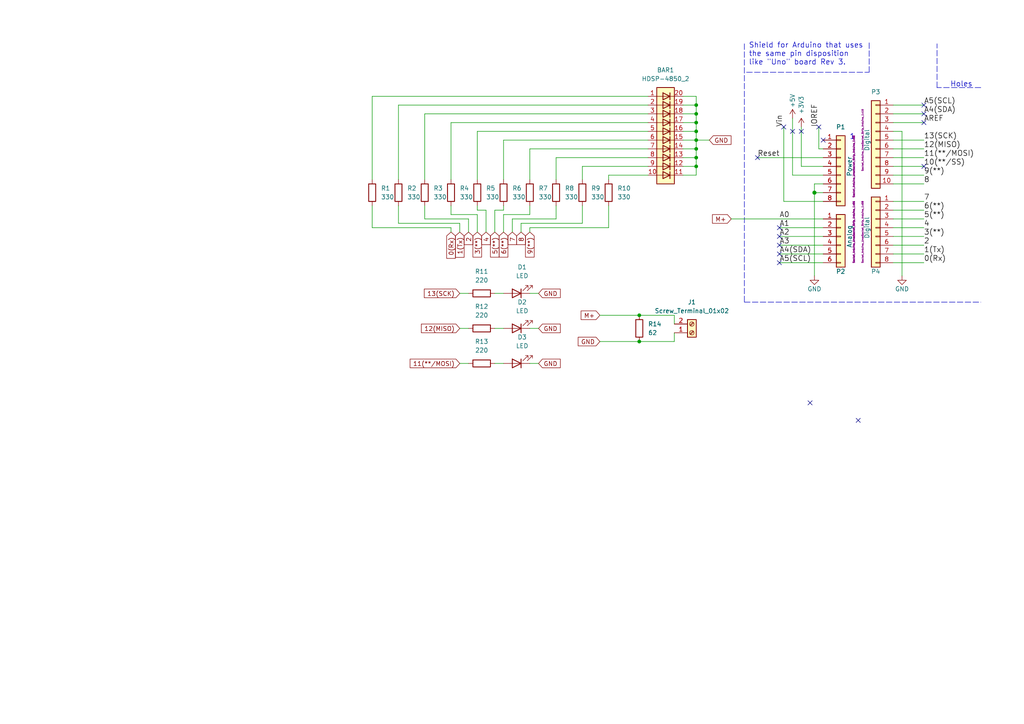
<source format=kicad_sch>
(kicad_sch (version 20211123) (generator eeschema)
  (paper "A4")
  (title_block (title "Geração Eólica IFSC - IEE") (date "Junho de 2023"))
  (lib_symbols
    (symbol "Connector:Screw_Terminal_01x02" (pin_names (offset 1.016) hide)
      (property "Reference" "J" (at 0 2.54 0))
      (property "Value" "Screw_Terminal_01x02" (at 0 -5.08 0))
      (symbol "Screw_Terminal_01x02_1_1"
        (rectangle (start -1.27 1.27) (end 1.27 -3.81) (stroke (width 0.254)) (fill (type background)))
        (circle (center 0 -2.54) (radius 0.635) (stroke (width 0.1524)))
        (polyline (pts (xy -0.5334 -2.2098) (xy 0.3302 -3.048)) (stroke (width 0.1524)))
        (polyline (pts (xy -0.5334 0.3302) (xy 0.3302 -0.508)) (stroke (width 0.1524)))
        (polyline (pts (xy -0.3556 -2.032) (xy 0.508 -2.8702)) (stroke (width 0.1524)))
        (polyline (pts (xy -0.3556 0.508) (xy 0.508 -0.3302)) (stroke (width 0.1524)))
        (circle (center 0 0) (radius 0.635) (stroke (width 0.1524)))
        (pin passive line (at -5.08 0 0) (length 3.81) (name "Pin_1") (number "1"))
        (pin passive line (at -5.08 -2.54 0) (length 3.81) (name "Pin_2") (number "2"))
      )
    )
    (symbol "Connector_Generic:Conn_01x06" (pin_names (offset 1.016) hide)
      (property "Reference" "J" (at 0 7.62 0))
      (property "Value" "Conn_01x06" (at 0 -10.16 0))
      (symbol "Conn_01x06_1_1"
        (rectangle (start -1.27 -7.493) (end 0 -7.747) (stroke (width 0.1524)))
        (rectangle (start -1.27 -4.953) (end 0 -5.207) (stroke (width 0.1524)))
        (rectangle (start -1.27 -2.413) (end 0 -2.667) (stroke (width 0.1524)))
        (rectangle (start -1.27 0.127) (end 0 -0.127) (stroke (width 0.1524)))
        (rectangle (start -1.27 2.667) (end 0 2.413) (stroke (width 0.1524)))
        (rectangle (start -1.27 5.207) (end 0 4.953) (stroke (width 0.1524)))
        (rectangle (start -1.27 6.35) (end 1.27 -8.89) (stroke (width 0.254)) (fill (type background)))
        (pin passive line (at -5.08 5.08 0) (length 3.81) (name "Pin_1") (number "1"))
        (pin passive line (at -5.08 2.54 0) (length 3.81) (name "Pin_2") (number "2"))
        (pin passive line (at -5.08 0 0) (length 3.81) (name "Pin_3") (number "3"))
        (pin passive line (at -5.08 -2.54 0) (length 3.81) (name "Pin_4") (number "4"))
        (pin passive line (at -5.08 -5.08 0) (length 3.81) (name "Pin_5") (number "5"))
        (pin passive line (at -5.08 -7.62 0) (length 3.81) (name "Pin_6") (number "6"))
      )
    )
    (symbol "Connector_Generic:Conn_01x08" (pin_names (offset 1.016) hide)
      (property "Reference" "J" (at 0 10.16 0))
      (property "Value" "Conn_01x08" (at 0 -12.7 0))
      (symbol "Conn_01x08_1_1"
        (rectangle (start -1.27 -10.033) (end 0 -10.287) (stroke (width 0.1524)))
        (rectangle (start -1.27 -7.493) (end 0 -7.747) (stroke (width 0.1524)))
        (rectangle (start -1.27 -4.953) (end 0 -5.207) (stroke (width 0.1524)))
        (rectangle (start -1.27 -2.413) (end 0 -2.667) (stroke (width 0.1524)))
        (rectangle (start -1.27 0.127) (end 0 -0.127) (stroke (width 0.1524)))
        (rectangle (start -1.27 2.667) (end 0 2.413) (stroke (width 0.1524)))
        (rectangle (start -1.27 5.207) (end 0 4.953) (stroke (width 0.1524)))
        (rectangle (start -1.27 7.747) (end 0 7.493) (stroke (width 0.1524)))
        (rectangle (start -1.27 8.89) (end 1.27 -11.43) (stroke (width 0.254)) (fill (type background)))
        (pin passive line (at -5.08 7.62 0) (length 3.81) (name "Pin_1") (number "1"))
        (pin passive line (at -5.08 5.08 0) (length 3.81) (name "Pin_2") (number "2"))
        (pin passive line (at -5.08 2.54 0) (length 3.81) (name "Pin_3") (number "3"))
        (pin passive line (at -5.08 0 0) (length 3.81) (name "Pin_4") (number "4"))
        (pin passive line (at -5.08 -2.54 0) (length 3.81) (name "Pin_5") (number "5"))
        (pin passive line (at -5.08 -5.08 0) (length 3.81) (name "Pin_6") (number "6"))
        (pin passive line (at -5.08 -7.62 0) (length 3.81) (name "Pin_7") (number "7"))
        (pin passive line (at -5.08 -10.16 0) (length 3.81) (name "Pin_8") (number "8"))
      )
    )
    (symbol "Connector_Generic:Conn_01x10" (pin_names (offset 1.016) hide)
      (property "Reference" "J" (at 0 12.7 0))
      (property "Value" "Conn_01x10" (at 0 -15.24 0))
      (symbol "Conn_01x10_1_1"
        (rectangle (start -1.27 -12.573) (end 0 -12.827) (stroke (width 0.1524)))
        (rectangle (start -1.27 -10.033) (end 0 -10.287) (stroke (width 0.1524)))
        (rectangle (start -1.27 -7.493) (end 0 -7.747) (stroke (width 0.1524)))
        (rectangle (start -1.27 -4.953) (end 0 -5.207) (stroke (width 0.1524)))
        (rectangle (start -1.27 -2.413) (end 0 -2.667) (stroke (width 0.1524)))
        (rectangle (start -1.27 0.127) (end 0 -0.127) (stroke (width 0.1524)))
        (rectangle (start -1.27 2.667) (end 0 2.413) (stroke (width 0.1524)))
        (rectangle (start -1.27 5.207) (end 0 4.953) (stroke (width 0.1524)))
        (rectangle (start -1.27 7.747) (end 0 7.493) (stroke (width 0.1524)))
        (rectangle (start -1.27 10.287) (end 0 10.033) (stroke (width 0.1524)))
        (rectangle (start -1.27 11.43) (end 1.27 -13.97) (stroke (width 0.254)) (fill (type background)))
        (pin passive line (at -5.08 10.16 0) (length 3.81) (name "Pin_1") (number "1"))
        (pin passive line (at -5.08 -12.7 0) (length 3.81) (name "Pin_10") (number "10"))
        (pin passive line (at -5.08 7.62 0) (length 3.81) (name "Pin_2") (number "2"))
        (pin passive line (at -5.08 5.08 0) (length 3.81) (name "Pin_3") (number "3"))
        (pin passive line (at -5.08 2.54 0) (length 3.81) (name "Pin_4") (number "4"))
        (pin passive line (at -5.08 0 0) (length 3.81) (name "Pin_5") (number "5"))
        (pin passive line (at -5.08 -2.54 0) (length 3.81) (name "Pin_6") (number "6"))
        (pin passive line (at -5.08 -5.08 0) (length 3.81) (name "Pin_7") (number "7"))
        (pin passive line (at -5.08 -7.62 0) (length 3.81) (name "Pin_8") (number "8"))
        (pin passive line (at -5.08 -10.16 0) (length 3.81) (name "Pin_9") (number "9"))
      )
    )
    (symbol "Device:LED" (pin_numbers hide) (pin_names (offset 1.016) hide)
      (property "Reference" "D" (at 0 2.54 0))
      (property "Value" "LED" (at 0 -2.54 0))
      (symbol "LED_0_1"
        (polyline (pts (xy -1.27 -1.27) (xy -1.27 1.27)) (stroke (width 0.254)))
        (polyline (pts (xy -1.27 0) (xy 1.27 0)))
        (polyline (pts (xy 1.27 -1.27) (xy 1.27 1.27) (xy -1.27 0) (xy 1.27 -1.27)) (stroke (width 0.254)))
        (polyline (pts (xy -3.048 -0.762) (xy -4.572 -2.286) (xy -3.81 -2.286) (xy -4.572 -2.286) (xy -4.572 -1.524)))
        (polyline (pts (xy -1.778 -0.762) (xy -3.302 -2.286) (xy -2.54 -2.286) (xy -3.302 -2.286) (xy -3.302 -1.524)))
      )
      (symbol "LED_1_1"
        (pin passive line (at -3.81 0 0) (length 2.54) (name "K") (number "1"))
        (pin passive line (at 3.81 0 180) (length 2.54) (name "A") (number "2"))
      )
    )
    (symbol "Device:R" (pin_numbers hide) (pin_names (offset 0))
      (property "Reference" "R" (at 2.032 0 90))
      (property "Value" "R" (at 0 0 90))
      (symbol "R_0_1"
        (rectangle (start -1.016 -2.54) (end 1.016 2.54) (stroke (width 0.254)))
      )
      (symbol "R_1_1"
        (pin passive line (at 0 3.81 270) (length 1.27) (name "~") (number "1"))
        (pin passive line (at 0 -3.81 90) (length 1.27) (name "~") (number "2"))
      )
    )
    (symbol "LED:HDSP-4850_2" (pin_names (offset 1.016) hide)
      (property "Reference" "BAR" (at 0 15.24 0))
      (property "Value" "HDSP-4850_2" (at 0 -17.78 0))
      (symbol "HDSP-4850_2_0_1"
        (rectangle (start -2.54 12.7) (end 2.54 -15.24) (stroke (width 0.254)) (fill (type background)))
        (polyline (pts (xy -2.54 -12.7) (xy 2.54 -12.7)))
        (polyline (pts (xy -2.54 -10.16) (xy 2.54 -10.16)))
        (polyline (pts (xy -2.54 -7.62) (xy 2.54 -7.62)))
        (polyline (pts (xy -2.54 -5.08) (xy 2.54 -5.08)))
        (polyline (pts (xy -2.54 0) (xy 2.54 0)))
        (polyline (pts (xy -2.54 5.08) (xy 2.54 5.08)))
        (polyline (pts (xy -2.54 7.62) (xy 2.54 7.62)))
        (polyline (pts (xy -2.54 10.16) (xy 2.54 10.16)))
        (polyline (pts (xy 1.27 -11.684) (xy 1.27 -13.716)) (stroke (width 0.254)))
        (polyline (pts (xy 1.27 -9.144) (xy 1.27 -11.176)) (stroke (width 0.254)))
        (polyline (pts (xy 1.27 -6.604) (xy 1.27 -8.636)) (stroke (width 0.254)))
        (polyline (pts (xy 1.27 -4.064) (xy 1.27 -6.096)) (stroke (width 0.254)))
        (polyline (pts (xy 1.27 -1.524) (xy 1.27 -3.556)) (stroke (width 0.254)))
        (polyline (pts (xy 1.27 1.016) (xy 1.27 -1.016)) (stroke (width 0.254)))
        (polyline (pts (xy 1.27 3.556) (xy 1.27 1.524)) (stroke (width 0.254)))
        (polyline (pts (xy 1.27 6.096) (xy 1.27 4.064)) (stroke (width 0.254)))
        (polyline (pts (xy 1.27 8.636) (xy 1.27 6.604)) (stroke (width 0.254)))
        (polyline (pts (xy 1.27 11.176) (xy 1.27 9.144)) (stroke (width 0.254)))
        (polyline (pts (xy 2.54 -2.54) (xy -2.54 -2.54)))
        (polyline (pts (xy 2.54 2.54) (xy -2.54 2.54)))
        (polyline (pts (xy -0.762 -11.684) (xy -0.762 -13.716) (xy 1.27 -12.7) (xy -0.762 -11.684)) (stroke (width 0.254)))
        (polyline (pts (xy -0.762 -9.144) (xy -0.762 -11.176) (xy 1.27 -10.16) (xy -0.762 -9.144)) (stroke (width 0.254)))
        (polyline (pts (xy -0.762 -6.604) (xy -0.762 -8.636) (xy 1.27 -7.62) (xy -0.762 -6.604)) (stroke (width 0.254)))
        (polyline (pts (xy -0.762 -4.064) (xy -0.762 -6.096) (xy 1.27 -5.08) (xy -0.762 -4.064)) (stroke (width 0.254)))
        (polyline (pts (xy -0.762 -1.524) (xy -0.762 -3.556) (xy 1.27 -2.54) (xy -0.762 -1.524)) (stroke (width 0.254)))
        (polyline (pts (xy -0.762 1.016) (xy -0.762 -1.016) (xy 1.27 0) (xy -0.762 1.016)) (stroke (width 0.254)))
        (polyline (pts (xy -0.762 3.556) (xy -0.762 1.524) (xy 1.27 2.54) (xy -0.762 3.556)) (stroke (width 0.254)))
        (polyline (pts (xy -0.762 6.096) (xy -0.762 4.064) (xy 1.27 5.08) (xy -0.762 6.096)) (stroke (width 0.254)))
        (polyline (pts (xy -0.762 8.636) (xy -0.762 6.604) (xy 1.27 7.62) (xy -0.762 8.636)) (stroke (width 0.254)))
        (polyline (pts (xy -0.762 11.176) (xy -0.762 9.144) (xy 1.27 10.16) (xy -0.762 11.176)) (stroke (width 0.254)))
      )
      (symbol "HDSP-4850_2_1_1"
        (pin passive line (at -5.08 10.16 0) (length 2.54) (name "A") (number "1"))
        (pin passive line (at -5.08 -12.7 0) (length 2.54) (name "A") (number "10"))
        (pin passive line (at 5.08 -12.7 180) (length 2.54) (name "K") (number "11"))
        (pin passive line (at 5.08 -10.16 180) (length 2.54) (name "K") (number "12"))
        (pin passive line (at 5.08 -7.62 180) (length 2.54) (name "K") (number "13"))
        (pin passive line (at 5.08 -5.08 180) (length 2.54) (name "K") (number "14"))
        (pin passive line (at 5.08 -2.54 180) (length 2.54) (name "K") (number "15"))
        (pin passive line (at 5.08 0 180) (length 2.54) (name "K") (number "16"))
        (pin passive line (at 5.08 2.54 180) (length 2.54) (name "K") (number "17"))
        (pin passive line (at 5.08 5.08 180) (length 2.54) (name "K") (number "18"))
        (pin passive line (at 5.08 7.62 180) (length 2.54) (name "K") (number "19"))
        (pin passive line (at -5.08 7.62 0) (length 2.54) (name "A") (number "2"))
        (pin passive line (at 5.08 10.16 180) (length 2.54) (name "K") (number "20"))
        (pin passive line (at -5.08 5.08 0) (length 2.54) (name "A") (number "3"))
        (pin passive line (at -5.08 2.54 0) (length 2.54) (name "A") (number "4"))
        (pin passive line (at -5.08 0 0) (length 2.54) (name "A") (number "5"))
        (pin passive line (at -5.08 -2.54 0) (length 2.54) (name "A") (number "6"))
        (pin passive line (at -5.08 -5.08 0) (length 2.54) (name "A") (number "7"))
        (pin passive line (at -5.08 -7.62 0) (length 2.54) (name "A") (number "8"))
        (pin passive line (at -5.08 -10.16 0) (length 2.54) (name "A") (number "9"))
      )
    )
    (symbol "power:+3.3V" (power) (pin_names (offset 0))
      (property "Value" "+3.3V" (at 0 3.556 0))
      (symbol "+3.3V_0_1"
        (polyline (pts (xy -0.762 1.27) (xy 0 2.54)))
        (polyline (pts (xy 0 0) (xy 0 2.54)))
        (polyline (pts (xy 0 2.54) (xy 0.762 1.27)))
      )
      (symbol "+3.3V_1_1"
        (pin power_in line (at 0 0 90) (length 0) hide (name "+3V3") (number "1"))
      )
    )
    (symbol "power:+5V" (power) (pin_names (offset 0))
      (property "Value" "+5V" (at 0 3.556 0))
      (symbol "+5V_0_1"
        (polyline (pts (xy -0.762 1.27) (xy 0 2.54)))
        (polyline (pts (xy 0 0) (xy 0 2.54)))
        (polyline (pts (xy 0 2.54) (xy 0.762 1.27)))
      )
      (symbol "+5V_1_1"
        (pin power_in line (at 0 0 90) (length 0) hide (name "+5V") (number "1"))
      )
    )
    (symbol "power:GND" (power) (pin_names (offset 0))
      (property "Value" "GND" (at 0 -3.81 0))
      (symbol "GND_0_1"
        (polyline (pts (xy 0 0) (xy 0 -1.27) (xy 1.27 -1.27) (xy 0 -2.54) (xy -1.27 -1.27) (xy 0 -1.27)))
      )
      (symbol "GND_1_1"
        (pin power_in line (at 0 0 270) (length 0) hide (name "GND") (number "1"))
      )
    )
  )
  (junction (at 201.93 35.56))
  (junction (at 201.93 48.26))
  (junction (at 201.93 40.64))
  (junction (at 201.93 38.1))
  (junction (at 201.93 43.18))
  (junction (at 201.93 45.72))
  (junction (at 201.93 30.48))
  (junction (at 185.42 99.06))
  (junction (at 185.42 91.44))
  (junction (at 201.93 33.02))
  (junction (at 236.22 55.88) (diameter 1.016))
  (no_connect (at 237.49 36.83))
  (no_connect (at 232.41 38.1))
  (no_connect (at 229.87 38.1))
  (no_connect (at 227.33 36.83))
  (no_connect (at 219.71 45.72))
  (no_connect (at 238.76 40.64))
  (no_connect (at 234.95 116.84))
  (no_connect (at 226.06 68.58))
  (no_connect (at 226.06 66.04))
  (no_connect (at 267.97 30.48))
  (no_connect (at 267.97 35.56))
  (no_connect (at 267.97 33.02))
  (no_connect (at 267.97 48.26))
  (no_connect (at 248.92 121.92))
  (no_connect (at 226.06 76.2))
  (no_connect (at 226.06 73.66))
  (no_connect (at 226.06 71.12))
  (wire (pts (xy 161.29 63.5) (xy 161.29 59.69)))
  (wire (pts (xy 187.96 50.8) (xy 176.53 50.8)))
  (wire (pts (xy 238.76 48.26) (xy 232.41 48.26)))
  (wire (pts (xy 238.76 71.12) (xy 226.06 71.12)))
  (polyline (pts (xy 252.095 20.955) (xy 252.095 12.065)) (stroke (width 0) (type dash)))
  (wire (pts (xy 201.93 40.64) (xy 205.74 40.64)))
  (wire (pts (xy 133.35 95.25) (xy 135.89 95.25)))
  (wire (pts (xy 146.05 60.96) (xy 143.51 60.96)))
  (wire (pts (xy 153.67 85.09) (xy 156.21 85.09)))
  (wire (pts (xy 138.43 38.1) (xy 138.43 52.07)))
  (wire (pts (xy 259.08 63.5) (xy 267.97 63.5)))
  (wire (pts (xy 201.93 35.56) (xy 201.93 38.1)))
  (wire (pts (xy 201.93 45.72) (xy 201.93 48.26)))
  (wire (pts (xy 198.12 35.56) (xy 201.93 35.56)))
  (wire (pts (xy 176.53 66.04) (xy 176.53 59.69)))
  (wire (pts (xy 187.96 27.94) (xy 107.95 27.94)))
  (wire (pts (xy 153.67 66.04) (xy 176.53 66.04)))
  (wire (pts (xy 133.35 105.41) (xy 135.89 105.41)))
  (wire (pts (xy 198.12 30.48) (xy 201.93 30.48)))
  (wire (pts (xy 236.22 53.34) (xy 236.22 55.88)))
  (wire (pts (xy 201.93 38.1) (xy 201.93 40.64)))
  (wire (pts (xy 259.08 43.18) (xy 267.97 43.18)))
  (wire (pts (xy 201.93 30.48) (xy 201.93 33.02)))
  (wire (pts (xy 261.62 38.1) (xy 261.62 80.01)))
  (wire (pts (xy 238.76 53.34) (xy 236.22 53.34)))
  (wire (pts (xy 185.42 99.06) (xy 195.58 99.06)))
  (wire (pts (xy 133.35 85.09) (xy 135.89 85.09)))
  (wire (pts (xy 201.93 43.18) (xy 201.93 45.72)))
  (wire (pts (xy 201.93 33.02) (xy 201.93 35.56)))
  (wire (pts (xy 198.12 45.72) (xy 201.93 45.72)))
  (wire (pts (xy 198.12 43.18) (xy 201.93 43.18)))
  (wire (pts (xy 138.43 62.23) (xy 138.43 67.31)))
  (wire (pts (xy 133.35 64.77) (xy 133.35 67.31)))
  (wire (pts (xy 259.08 53.34) (xy 267.97 53.34)))
  (wire (pts (xy 237.49 43.18) (xy 238.76 43.18)))
  (wire (pts (xy 238.76 50.8) (xy 229.87 50.8)))
  (wire (pts (xy 140.97 60.96) (xy 140.97 67.31)))
  (wire (pts (xy 153.67 67.31) (xy 153.67 66.04)))
  (wire (pts (xy 115.57 30.48) (xy 115.57 52.07)))
  (wire (pts (xy 201.93 27.94) (xy 201.93 30.48)))
  (wire (pts (xy 259.08 40.64) (xy 267.97 40.64)))
  (wire (pts (xy 198.12 27.94) (xy 201.93 27.94)))
  (wire (pts (xy 107.95 59.69) (xy 107.95 66.04)))
  (wire (pts (xy 259.08 58.42) (xy 267.97 58.42)))
  (wire (pts (xy 238.76 66.04) (xy 226.06 66.04)))
  (wire (pts (xy 135.89 63.5) (xy 135.89 67.31)))
  (wire (pts (xy 130.81 59.69) (xy 130.81 62.23)))
  (wire (pts (xy 259.08 30.48) (xy 267.97 30.48)))
  (wire (pts (xy 153.67 62.23) (xy 146.05 62.23)))
  (wire (pts (xy 259.08 71.12) (xy 267.97 71.12)))
  (wire (pts (xy 148.59 67.31) (xy 148.59 63.5)))
  (wire (pts (xy 187.96 40.64) (xy 146.05 40.64)))
  (wire (pts (xy 238.76 58.42) (xy 227.33 58.42)))
  (wire (pts (xy 187.96 45.72) (xy 161.29 45.72)))
  (wire (pts (xy 198.12 38.1) (xy 201.93 38.1)))
  (wire (pts (xy 153.67 43.18) (xy 153.67 52.07)))
  (wire (pts (xy 130.81 66.04) (xy 130.81 67.31)))
  (wire (pts (xy 187.96 43.18) (xy 153.67 43.18)))
  (wire (pts (xy 187.96 38.1) (xy 138.43 38.1)))
  (wire (pts (xy 146.05 40.64) (xy 146.05 52.07)))
  (wire (pts (xy 187.96 35.56) (xy 130.81 35.56)))
  (wire (pts (xy 151.13 64.77) (xy 168.91 64.77)))
  (wire (pts (xy 173.99 91.44) (xy 185.42 91.44)))
  (wire (pts (xy 198.12 33.02) (xy 201.93 33.02)))
  (wire (pts (xy 130.81 35.56) (xy 130.81 52.07)))
  (wire (pts (xy 259.08 45.72) (xy 267.97 45.72)))
  (wire (pts (xy 238.76 73.66) (xy 226.06 73.66)))
  (wire (pts (xy 143.51 105.41) (xy 146.05 105.41)))
  (wire (pts (xy 153.67 95.25) (xy 156.21 95.25)))
  (polyline (pts (xy 284.48 25.4) (xy 271.78 25.4)) (stroke (width 0) (type dash)))
  (wire (pts (xy 195.58 99.06) (xy 195.58 96.52)))
  (wire (pts (xy 212.09 63.5) (xy 238.76 63.5)))
  (wire (pts (xy 143.51 95.25) (xy 146.05 95.25)))
  (wire (pts (xy 238.76 45.72) (xy 219.71 45.72)))
  (wire (pts (xy 259.08 38.1) (xy 261.62 38.1)))
  (wire (pts (xy 238.76 55.88) (xy 236.22 55.88)))
  (wire (pts (xy 138.43 60.96) (xy 140.97 60.96)))
  (wire (pts (xy 259.08 50.8) (xy 267.97 50.8)))
  (wire (pts (xy 201.93 48.26) (xy 201.93 50.8)))
  (wire (pts (xy 153.67 105.41) (xy 156.21 105.41)))
  (wire (pts (xy 195.58 91.44) (xy 195.58 93.98)))
  (wire (pts (xy 130.81 62.23) (xy 138.43 62.23)))
  (wire (pts (xy 236.22 55.88) (xy 236.22 80.01)))
  (wire (pts (xy 161.29 45.72) (xy 161.29 52.07)))
  (wire (pts (xy 146.05 59.69) (xy 146.05 60.96)))
  (wire (pts (xy 227.33 58.42) (xy 227.33 36.83)))
  (wire (pts (xy 201.93 40.64) (xy 201.93 43.18)))
  (wire (pts (xy 185.42 91.44) (xy 195.58 91.44)))
  (wire (pts (xy 173.99 99.06) (xy 185.42 99.06)))
  (polyline (pts (xy 215.9 87.63) (xy 284.48 87.63)) (stroke (width 0) (type dash)))
  (wire (pts (xy 123.19 63.5) (xy 135.89 63.5)))
  (wire (pts (xy 259.08 68.58) (xy 267.97 68.58)))
  (wire (pts (xy 168.91 64.77) (xy 168.91 59.69)))
  (wire (pts (xy 238.76 76.2) (xy 226.06 76.2)))
  (wire (pts (xy 187.96 30.48) (xy 115.57 30.48)))
  (wire (pts (xy 146.05 62.23) (xy 146.05 67.31)))
  (wire (pts (xy 259.08 73.66) (xy 267.97 73.66)))
  (wire (pts (xy 198.12 40.64) (xy 201.93 40.64)))
  (polyline (pts (xy 271.78 25.4) (xy 271.78 12.7)) (stroke (width 0) (type dash)))
  (wire (pts (xy 259.08 60.96) (xy 267.97 60.96)))
  (wire (pts (xy 143.51 60.96) (xy 143.51 67.31)))
  (wire (pts (xy 229.87 50.8) (xy 229.87 34.29)))
  (wire (pts (xy 198.12 50.8) (xy 201.93 50.8)))
  (wire (pts (xy 115.57 59.69) (xy 115.57 64.77)))
  (wire (pts (xy 168.91 48.26) (xy 168.91 52.07)))
  (wire (pts (xy 187.96 48.26) (xy 168.91 48.26)))
  (wire (pts (xy 123.19 33.02) (xy 123.19 52.07)))
  (wire (pts (xy 259.08 33.02) (xy 267.97 33.02)))
  (wire (pts (xy 176.53 50.8) (xy 176.53 52.07)))
  (wire (pts (xy 259.08 66.04) (xy 267.97 66.04)))
  (wire (pts (xy 138.43 59.69) (xy 138.43 60.96)))
  (wire (pts (xy 259.08 35.56) (xy 267.97 35.56)))
  (wire (pts (xy 107.95 27.94) (xy 107.95 52.07)))
  (polyline (pts (xy 215.9 12.7) (xy 215.9 87.63)) (stroke (width 0) (type dash)))
  (wire (pts (xy 151.13 67.31) (xy 151.13 64.77)))
  (wire (pts (xy 232.41 48.26) (xy 232.41 36.83)))
  (wire (pts (xy 237.49 36.83) (xy 237.49 43.18)))
  (wire (pts (xy 148.59 63.5) (xy 161.29 63.5)))
  (wire (pts (xy 115.57 64.77) (xy 133.35 64.77)))
  (wire (pts (xy 259.08 76.2) (xy 267.97 76.2)))
  (wire (pts (xy 259.08 48.26) (xy 267.97 48.26)))
  (wire (pts (xy 143.51 85.09) (xy 146.05 85.09)))
  (wire (pts (xy 123.19 59.69) (xy 123.19 63.5)))
  (wire (pts (xy 198.12 48.26) (xy 201.93 48.26)))
  (wire (pts (xy 187.96 33.02) (xy 123.19 33.02)))
  (wire (pts (xy 238.76 68.58) (xy 226.06 68.58)))
  (wire (pts (xy 153.67 59.69) (xy 153.67 62.23)))
  (wire (pts (xy 107.95 66.04) (xy 130.81 66.04)))
  (polyline (pts (xy 216.535 20.955) (xy 252.095 20.955)) (stroke (width 0) (type dash)))
  (text "Holes" (at 275.59 25.4 0) (effects (font (size 1.524 1.524)) (justify left bottom)))
  (text "Shield for Arduino that uses\nthe same pin disposition\nlike \"Uno\" board Rev 3." (at 217.17 19.05 0) (effects (font (size 1.524 1.524)) (justify left bottom)))
  (text "1" (at 246.38 40.64 0) (effects (font (size 1.524 1.524)) (justify left bottom)))
  (label "Vin" (at 227.33 36.83 90) (effects (font (size 1.524 1.524))))
  (label "0(Rx)" (at 267.97 76.2 0) (effects (font (size 1.524 1.524))))
  (label "A4(SDA)" (at 226.06 73.66 0) (effects (font (size 1.524 1.524))))
  (label "4" (at 267.97 66.04 0) (effects (font (size 1.524 1.524))))
  (label "5(**)" (at 267.97 63.5 0) (effects (font (size 1.524 1.524))))
  (label "A2" (at 226.06 68.58 0) (effects (font (size 1.524 1.524))))
  (label "A5(SCL)" (at 226.06 76.2 0) (effects (font (size 1.524 1.524))))
  (label "A0" (at 226.06 63.5 0) (effects (font (size 1.524 1.524))))
  (label "A1" (at 226.06 66.04 0) (effects (font (size 1.524 1.524))))
  (label "10(**/SS)" (at 267.97 48.26 0) (effects (font (size 1.524 1.524))))
  (label "13(SCK)" (at 267.97 40.64 0) (effects (font (size 1.524 1.524))))
  (label "7" (at 267.97 58.42 0) (effects (font (size 1.524 1.524))))
  (label "A4(SDA)" (at 267.97 33.02 0) (effects (font (size 1.524 1.524))))
  (label "A3" (at 226.06 71.12 0) (effects (font (size 1.524 1.524))))
  (label "Reset" (at 219.71 45.72 0) (effects (font (size 1.524 1.524))))
  (label "2" (at 267.97 71.12 0) (effects (font (size 1.524 1.524))))
  (label "12(MISO)" (at 267.97 43.18 0) (effects (font (size 1.524 1.524))))
  (label "3(**)" (at 267.97 68.58 0) (effects (font (size 1.524 1.524))))
  (label "9(**)" (at 267.97 50.8 0) (effects (font (size 1.524 1.524))))
  (label "8" (at 267.97 53.34 0) (effects (font (size 1.524 1.524))))
  (label "A5(SCL)" (at 267.97 30.48 0) (effects (font (size 1.524 1.524))))
  (label "IOREF" (at 237.49 36.83 90) (effects (font (size 1.524 1.524))))
  (label "AREF" (at 267.97 35.56 0) (effects (font (size 1.524 1.524))))
  (label "11(**{slash}MOSI)" (at 267.97 45.72 0) (effects (font (size 1.524 1.524))))
  (label "1(Tx)" (at 267.97 73.66 0) (effects (font (size 1.524 1.524))))
  (label "6(**)" (at 267.97 60.96 0) (effects (font (size 1.524 1.524))))
  (global_label "M+" (shape input) (at 173.99 91.44 180) (property "Referências entre as folhas" "${INTERSHEET_REFS}" (effects hide)))
  (global_label "11(**{slash}MOSI)" (shape input) (at 133.35 105.41 180) (property "Referências entre as folhas" "${INTERSHEET_REFS}" (effects hide)))
  (global_label "GND" (shape input) (at 156.21 85.09 0) (property "Referências entre as folhas" "${INTERSHEET_REFS}" (effects hide)))
  (global_label "GND" (shape input) (at 173.99 99.06 180) (property "Referências entre as folhas" "${INTERSHEET_REFS}" (effects hide)))
  (global_label "M+" (shape input) (at 212.09 63.5 180) (property "Referências entre as folhas" "${INTERSHEET_REFS}" (effects hide)))
  (global_label "GND" (shape input) (at 156.21 95.25 0) (property "Referências entre as folhas" "${INTERSHEET_REFS}" (effects hide)))
  (global_label "4" (shape input) (at 140.97 67.31 270) (property "Referências entre as folhas" "${INTERSHEET_REFS}" (effects hide)))
  (global_label "7" (shape input) (at 148.59 67.31 270) (property "Referências entre as folhas" "${INTERSHEET_REFS}" (effects hide)))
  (global_label "8" (shape input) (at 151.13 67.31 270) (property "Referências entre as folhas" "${INTERSHEET_REFS}" (effects hide)))
  (global_label "GND" (shape input) (at 205.74 40.64 0) (property "Referências entre as folhas" "${INTERSHEET_REFS}" (effects hide)))
  (global_label "1(Tx)" (shape input) (at 133.35 67.31 270) (property "Referências entre as folhas" "${INTERSHEET_REFS}" (effects hide)))
  (global_label "9(**)" (shape input) (at 153.67 67.31 270) (property "Referências entre as folhas" "${INTERSHEET_REFS}" (effects hide)))
  (global_label "2" (shape input) (at 135.89 67.31 270) (property "Referências entre as folhas" "${INTERSHEET_REFS}" (effects hide)))
  (global_label "6(**)" (shape input) (at 146.05 67.31 270) (property "Referências entre as folhas" "${INTERSHEET_REFS}" (effects hide)))
  (global_label "13(SCK)" (shape input) (at 133.35 85.09 180) (property "Referências entre as folhas" "${INTERSHEET_REFS}" (effects hide)))
  (global_label "12(MISO)" (shape input) (at 133.35 95.25 180) (property "Referências entre as folhas" "${INTERSHEET_REFS}" (effects hide)))
  (global_label "5(**)" (shape input) (at 143.51 67.31 270) (property "Referências entre as folhas" "${INTERSHEET_REFS}" (effects hide)))
  (global_label "3(**)" (shape input) (at 138.43 67.31 270) (property "Referências entre as folhas" "${INTERSHEET_REFS}" (effects hide)))
  (global_label "0(Rx)" (shape input) (at 130.81 67.31 270) (property "Referências entre as folhas" "${INTERSHEET_REFS}" (effects hide)))
  (global_label "GND" (shape input) (at 156.21 105.41 0) (property "Referências entre as folhas" "${INTERSHEET_REFS}" (effects hide)))
  (symbol (lib_id "Connector_Generic:Conn_01x08") (at 243.84 48.26 0) (unit 1)
    (property "Reference" "P1" (at 243.84 36.83 0))
    (property "Value" "Power" (at 246.38 48.26 90))
    (property "Footprint" "Socket_Arduino_Uno:Socket_Strip_Arduino_1x08" (at 247.65 48.26 90) (effects (font (size 0.508 0.508))))
  )
  (symbol (lib_id "power:+3.3V") (at 232.41 36.83 0) (unit 1)
    (property "Reference" "#PWR01" (effects hide))
    (property "Value" "+3.3V" (at 232.41 30.48 90))
  )
  (symbol (lib_id "power:+5V") (at 229.87 34.29 0) (unit 1)
    (property "Reference" "#PWR02" (effects hide))
    (property "Value" "+5V" (at 229.87 29.21 90))
  )
  (symbol (lib_id "power:GND") (at 236.22 80.01 0) (unit 1)
    (property "Reference" "#PWR03" (effects hide))
    (property "Value" "GND" (at 236.22 83.82 0))
  )
  (symbol (lib_id "power:GND") (at 261.62 80.01 0) (unit 1)
    (property "Reference" "#PWR04" (effects hide))
    (property "Value" "GND" (at 261.62 83.82 0))
  )
  (symbol (lib_id "Connector_Generic:Conn_01x06") (at 243.84 68.58 0) (unit 1)
    (property "Reference" "P2" (at 243.84 78.74 0))
    (property "Value" "Analog" (at 246.38 68.58 90))
    (property "Footprint" "Socket_Arduino_Uno:Socket_Strip_Arduino_1x06" (at 247.65 67.31 90) (effects (font (size 0.508 0.508))))
  )
  (symbol (lib_id "Connector_Generic:Conn_01x08") (at 254 66.04 0) (mirror y) (unit 1)
    (property "Reference" "P4" (at 254 78.74 0))
    (property "Value" "Digital" (at 251.46 66.04 90))
    (property "Footprint" "Socket_Arduino_Uno:Socket_Strip_Arduino_1x08" (at 250.19 67.31 90) (effects (font (size 0.508 0.508))))
  )
  (symbol (lib_id "Connector_Generic:Conn_01x10") (at 254 40.64 0) (mirror y) (unit 1)
    (property "Reference" "P3" (at 254 26.67 0))
    (property "Value" "Digital" (at 251.46 40.64 90))
    (property "Footprint" "Socket_Arduino_Uno:Socket_Strip_Arduino_1x10" (at 250.19 40.64 90) (effects (font (size 0.508 0.508))))
  )
  (symbol (lib_id "Device:R") (at 139.7 105.41 90) (unit 1)
    (property "Reference" "R13" (at 139.7 99.06 90))
    (property "Value" "220" (at 139.7 101.6 90))
    (property "Footprint" "Resistor_THT:R_Axial_DIN0207_L6.3mm_D2.5mm_P10.16mm_Horizontal" (effects hide))
  )
  (symbol (lib_id "Device:LED") (at 149.86 95.25 180) (unit 1)
    (property "Reference" "D2" (at 151.4475 87.63 0))
    (property "Value" "LED" (at 151.4475 90.17 0))
    (property "Footprint" "LED_THT:LED_D3.0mm" (effects hide))
  )
  (symbol (lib_id "Device:R") (at 168.91 55.88 0) (unit 1)
    (property "Reference" "R9" (at 171.45 54.6099 0) (effects (justify left)))
    (property "Value" "330" (at 171.45 57.1499 0) (effects (justify left)))
    (property "Footprint" "Resistor_THT:R_Axial_DIN0207_L6.3mm_D2.5mm_P10.16mm_Horizontal" (effects hide))
  )
  (symbol (lib_id "Device:LED") (at 149.86 85.09 180) (unit 1)
    (property "Reference" "D1" (at 151.4475 77.47 0))
    (property "Value" "LED" (at 151.4475 80.01 0))
    (property "Footprint" "LED_THT:LED_D3.0mm" (effects hide))
  )
  (symbol (lib_id "Device:R") (at 146.05 55.88 0) (unit 1)
    (property "Reference" "R6" (at 148.59 54.6099 0) (effects (justify left)))
    (property "Value" "330" (at 148.59 57.1499 0) (effects (justify left)))
    (property "Footprint" "Resistor_THT:R_Axial_DIN0207_L6.3mm_D2.5mm_P10.16mm_Horizontal" (effects hide))
  )
  (symbol (lib_id "Device:R") (at 176.53 55.88 0) (unit 1)
    (property "Reference" "R10" (at 179.07 54.6099 0) (effects (justify left)))
    (property "Value" "330" (at 179.07 57.1499 0) (effects (justify left)))
    (property "Footprint" "Resistor_THT:R_Axial_DIN0207_L6.3mm_D2.5mm_P10.16mm_Horizontal" (effects hide))
  )
  (symbol (lib_id "Device:R") (at 107.95 55.88 0) (unit 1)
    (property "Reference" "R1" (at 110.49 54.6099 0) (effects (justify left)))
    (property "Value" "330" (at 110.49 57.1499 0) (effects (justify left)))
    (property "Footprint" "Resistor_THT:R_Axial_DIN0207_L6.3mm_D2.5mm_P10.16mm_Horizontal" (effects hide))
  )
  (symbol (lib_id "Device:R") (at 161.29 55.88 0) (unit 1)
    (property "Reference" "R8" (at 163.83 54.6099 0) (effects (justify left)))
    (property "Value" "330" (at 163.83 57.1499 0) (effects (justify left)))
    (property "Footprint" "Resistor_THT:R_Axial_DIN0207_L6.3mm_D2.5mm_P10.16mm_Horizontal" (effects hide))
  )
  (symbol (lib_id "Device:R") (at 153.67 55.88 0) (unit 1)
    (property "Reference" "R7" (at 156.21 54.6099 0) (effects (justify left)))
    (property "Value" "330" (at 156.21 57.1499 0) (effects (justify left)))
    (property "Footprint" "Resistor_THT:R_Axial_DIN0207_L6.3mm_D2.5mm_P10.16mm_Horizontal" (effects hide))
  )
  (symbol (lib_id "Device:R") (at 115.57 55.88 0) (unit 1)
    (property "Reference" "R2" (at 118.11 54.6099 0) (effects (justify left)))
    (property "Value" "330" (at 118.11 57.1499 0) (effects (justify left)))
    (property "Footprint" "Resistor_THT:R_Axial_DIN0207_L6.3mm_D2.5mm_P10.16mm_Horizontal" (effects hide))
  )
  (symbol (lib_id "Device:R") (at 130.81 55.88 0) (unit 1)
    (property "Reference" "R4" (at 133.35 54.6099 0) (effects (justify left)))
    (property "Value" "330" (at 133.35 57.1499 0) (effects (justify left)))
    (property "Footprint" "Resistor_THT:R_Axial_DIN0207_L6.3mm_D2.5mm_P10.16mm_Horizontal" (effects hide))
  )
  (symbol (lib_id "LED:HDSP-4850_2") (at 193.04 38.1 0) (unit 1)
    (property "Reference" "BAR1" (at 193.04 20.32 0))
    (property "Value" "HDSP-4850_2" (at 193.04 22.86 0))
    (property "Footprint" "Display:HDSP-4850" (effects hide))
    (property "Datasheet" "https://docs.broadcom.com/docs/AV02-1798EN" (effects hide))
  )
  (symbol (lib_id "Device:R") (at 139.7 85.09 90) (unit 1)
    (property "Reference" "R11" (at 139.7 78.74 90))
    (property "Value" "220" (at 139.7 81.28 90))
    (property "Footprint" "Resistor_THT:R_Axial_DIN0207_L6.3mm_D2.5mm_P10.16mm_Horizontal" (effects hide))
  )
  (symbol (lib_id "Device:R") (at 138.43 55.88 0) (unit 1)
    (property "Reference" "R5" (at 140.97 54.6099 0) (effects (justify left)))
    (property "Value" "330" (at 140.97 57.1499 0) (effects (justify left)))
    (property "Footprint" "Resistor_THT:R_Axial_DIN0207_L6.3mm_D2.5mm_P10.16mm_Horizontal" (effects hide))
  )
  (symbol (lib_id "Device:LED") (at 149.86 105.41 180) (unit 1)
    (property "Reference" "D3" (at 151.4475 97.79 0))
    (property "Value" "LED" (at 151.4475 100.33 0))
    (property "Footprint" "LED_THT:LED_D3.0mm" (effects hide))
  )
  (symbol (lib_id "Device:R") (at 123.19 55.88 0) (unit 1)
    (property "Reference" "R3" (at 125.73 54.6099 0) (effects (justify left)))
    (property "Value" "330" (at 125.73 57.1499 0) (effects (justify left)))
    (property "Footprint" "Resistor_THT:R_Axial_DIN0207_L6.3mm_D2.5mm_P10.16mm_Horizontal" (effects hide))
  )
  (symbol (lib_id "Connector:Screw_Terminal_01x02") (at 200.66 96.52 0) (mirror x) (unit 1)
    (property "Reference" "J1" (at 200.66 87.63 0))
    (property "Value" "Screw_Terminal_01x02" (at 200.66 90.17 0))
    (property "Footprint" "TerminalBlock_Phoenix:TerminalBlock_Phoenix_MKDS-1,5-2_1x02_P5.00mm_Horizontal" (effects hide))
  )
  (symbol (lib_id "Device:R") (at 139.7 95.25 90) (unit 1)
    (property "Reference" "R12" (at 139.7 88.9 90))
    (property "Value" "220" (at 139.7 91.44 90))
    (property "Footprint" "Resistor_THT:R_Axial_DIN0207_L6.3mm_D2.5mm_P10.16mm_Horizontal" (effects hide))
  )
  (symbol (lib_id "Device:R") (at 185.42 95.25 0) (unit 1)
    (property "Reference" "R14" (at 187.96 93.9799 0) (effects (justify left)))
    (property "Value" "62" (at 187.96 96.5199 0) (effects (justify left)))
    (property "Footprint" "Resistor_THT:R_Axial_DIN0204_L3.6mm_D1.6mm_P7.62mm_Horizontal" (effects hide))
  )
)
</source>
